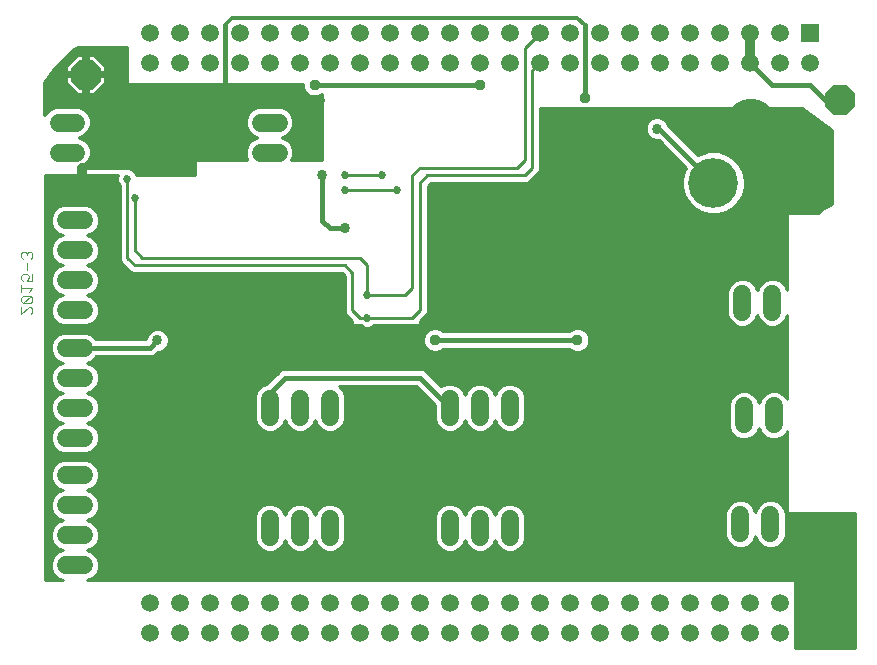
<source format=gbl>
G75*
%MOIN*%
%OFA0B0*%
%FSLAX24Y24*%
%IPPOS*%
%LPD*%
%AMOC8*
5,1,8,0,0,1.08239X$1,22.5*
%
%ADD10C,0.0030*%
%ADD11R,0.0591X0.0591*%
%ADD12C,0.0591*%
%ADD13C,0.1660*%
%ADD14C,0.1620*%
%ADD15C,0.0591*%
%ADD16OC8,0.1005*%
%ADD17C,0.0337*%
%ADD18C,0.0270*%
%ADD19C,0.0376*%
%ADD20C,0.0120*%
%ADD21C,0.0100*%
%ADD22C,0.0160*%
%ADD23C,0.0320*%
D10*
X000415Y011865D02*
X000662Y012112D01*
X000724Y012112D01*
X000785Y012050D01*
X000785Y011927D01*
X000724Y011865D01*
X000415Y011865D02*
X000415Y012112D01*
X000477Y012233D02*
X000724Y012480D01*
X000477Y012480D01*
X000415Y012418D01*
X000415Y012295D01*
X000477Y012233D01*
X000724Y012233D01*
X000785Y012295D01*
X000785Y012418D01*
X000724Y012480D01*
X000662Y012602D02*
X000785Y012725D01*
X000415Y012725D01*
X000415Y012602D02*
X000415Y012849D01*
X000477Y012970D02*
X000415Y013032D01*
X000415Y013155D01*
X000477Y013217D01*
X000600Y013217D01*
X000662Y013155D01*
X000662Y013093D01*
X000600Y012970D01*
X000785Y012970D01*
X000785Y013217D01*
X000600Y013338D02*
X000600Y013585D01*
X000477Y013707D02*
X000415Y013768D01*
X000415Y013892D01*
X000477Y013953D01*
X000538Y013953D01*
X000600Y013892D01*
X000600Y013830D01*
X000600Y013892D02*
X000662Y013953D01*
X000724Y013953D01*
X000785Y013892D01*
X000785Y013768D01*
X000724Y013707D01*
D11*
X026700Y021250D03*
X026700Y002250D03*
D12*
X025700Y002250D03*
X024700Y002250D03*
X023700Y002250D03*
X022700Y002250D03*
X021700Y002250D03*
X020700Y002250D03*
X019700Y002250D03*
X018700Y002250D03*
X017700Y002250D03*
X016700Y002250D03*
X015700Y002250D03*
X014700Y002250D03*
X013700Y002250D03*
X012700Y002250D03*
X011700Y002250D03*
X010700Y002250D03*
X009700Y002250D03*
X008700Y002250D03*
X007700Y002250D03*
X006700Y002250D03*
X005700Y002250D03*
X004700Y002250D03*
X004700Y001250D03*
X005700Y001250D03*
X006700Y001250D03*
X007700Y001250D03*
X008700Y001250D03*
X009700Y001250D03*
X010700Y001250D03*
X011700Y001250D03*
X012700Y001250D03*
X013700Y001250D03*
X014700Y001250D03*
X015700Y001250D03*
X016700Y001250D03*
X017700Y001250D03*
X018700Y001250D03*
X019700Y001250D03*
X020700Y001250D03*
X021700Y001250D03*
X022700Y001250D03*
X023700Y001250D03*
X024700Y001250D03*
X025700Y001250D03*
X026700Y001250D03*
X026700Y020250D03*
X025700Y020250D03*
X024700Y020250D03*
X023700Y020250D03*
X022700Y020250D03*
X021700Y020250D03*
X020700Y020250D03*
X019700Y020250D03*
X018700Y020250D03*
X017700Y020250D03*
X016700Y020250D03*
X015700Y020250D03*
X014700Y020250D03*
X013700Y020250D03*
X012700Y020250D03*
X011700Y020250D03*
X010700Y020250D03*
X009700Y020250D03*
X008700Y020250D03*
X007700Y020250D03*
X006700Y020250D03*
X005700Y020250D03*
X004700Y020250D03*
X004700Y021250D03*
X005700Y021250D03*
X006700Y021250D03*
X007700Y021250D03*
X008700Y021250D03*
X009700Y021250D03*
X010700Y021250D03*
X011700Y021250D03*
X012700Y021250D03*
X013700Y021250D03*
X014700Y021250D03*
X015700Y021250D03*
X016700Y021250D03*
X017700Y021250D03*
X018700Y021250D03*
X019700Y021250D03*
X020700Y021250D03*
X021700Y021250D03*
X022700Y021250D03*
X023700Y021250D03*
X024700Y021250D03*
X025700Y021250D03*
D13*
X023486Y016250D03*
D14*
X026369Y016260D03*
X024737Y018231D03*
D15*
X024450Y012545D02*
X024450Y011955D01*
X025450Y011955D02*
X025450Y012545D01*
X025500Y008790D02*
X025500Y008199D01*
X024500Y008199D02*
X024500Y008790D01*
X024383Y005160D02*
X024383Y004570D01*
X025383Y004570D02*
X025383Y005160D01*
X018700Y005045D02*
X018700Y004455D01*
X017700Y004455D02*
X017700Y005045D01*
X016700Y005045D02*
X016700Y004455D01*
X015700Y004455D02*
X015700Y005045D01*
X014700Y005045D02*
X014700Y004455D01*
X012700Y004455D02*
X012700Y005045D01*
X011700Y005045D02*
X011700Y004455D01*
X010700Y004455D02*
X010700Y005045D01*
X009700Y005045D02*
X009700Y004455D01*
X008700Y004455D02*
X008700Y005045D01*
X008700Y008455D02*
X008700Y009045D01*
X009700Y009045D02*
X009700Y008455D01*
X010700Y008455D02*
X010700Y009045D01*
X011700Y009045D02*
X011700Y008455D01*
X012700Y008455D02*
X012700Y009045D01*
X014700Y009045D02*
X014700Y008455D01*
X015700Y008455D02*
X015700Y009045D01*
X016700Y009045D02*
X016700Y008455D01*
X017700Y008455D02*
X017700Y009045D01*
X018700Y009045D02*
X018700Y008455D01*
X008995Y017250D02*
X008405Y017250D01*
X008405Y018250D02*
X008995Y018250D01*
X002495Y015000D02*
X001905Y015000D01*
X001905Y014000D02*
X002495Y014000D01*
X002495Y013000D02*
X001905Y013000D01*
X001905Y012000D02*
X002495Y012000D01*
X002495Y010750D02*
X001905Y010750D01*
X001905Y009750D02*
X002495Y009750D01*
X002495Y008750D02*
X001905Y008750D01*
X001905Y007750D02*
X002495Y007750D01*
X002495Y006500D02*
X001905Y006500D01*
X001905Y005500D02*
X002495Y005500D01*
X002495Y004500D02*
X001905Y004500D01*
X001905Y003500D02*
X002495Y003500D01*
X002245Y017250D02*
X001655Y017250D01*
X001655Y018250D02*
X002245Y018250D01*
D16*
X002574Y019851D03*
X027700Y019000D03*
X027581Y004565D03*
D17*
X011200Y014750D03*
X010450Y016500D03*
X015300Y015150D03*
X015700Y015150D03*
X016100Y015150D03*
X016500Y015150D03*
X019500Y015250D03*
X019900Y015250D03*
X019900Y015650D03*
X019500Y015650D03*
X021550Y016350D03*
X021950Y016350D03*
X021750Y016750D03*
X021600Y018050D03*
X008200Y011500D03*
X005200Y012750D03*
X004950Y011000D03*
X006700Y009000D03*
X005700Y003500D03*
D18*
X011950Y011750D03*
X011950Y012500D03*
X011200Y016000D03*
X011200Y016500D03*
X012450Y016500D03*
X012950Y016000D03*
X019450Y018500D03*
X004200Y015750D03*
X003950Y016385D03*
D19*
X003450Y017000D03*
X010200Y019500D03*
X015700Y019500D03*
X019200Y019068D03*
X018950Y011000D03*
X020450Y010250D03*
X020450Y007250D03*
X021700Y004000D03*
X014200Y011000D03*
D20*
X006200Y016500D02*
X004287Y016500D01*
X004251Y016586D01*
X004151Y016686D01*
X004021Y016740D01*
X003950Y016740D01*
X003950Y016750D01*
X002385Y016750D01*
X002537Y016813D01*
X002682Y016958D01*
X002761Y017148D01*
X002761Y017352D01*
X002682Y017542D01*
X002537Y017687D01*
X002385Y017750D01*
X002537Y017813D01*
X002682Y017958D01*
X002761Y018148D01*
X002761Y018352D01*
X002682Y018542D01*
X002537Y018687D01*
X002348Y018765D01*
X001552Y018765D01*
X001363Y018687D01*
X001218Y018542D01*
X001200Y018499D01*
X001200Y019559D01*
X001584Y020088D01*
X002112Y020616D01*
X002297Y020750D01*
X003950Y020750D01*
X003950Y019500D01*
X009792Y019500D01*
X009792Y019419D01*
X009854Y019269D01*
X009969Y019154D01*
X010119Y019092D01*
X010281Y019092D01*
X010431Y019154D01*
X010450Y019173D01*
X010450Y017000D01*
X009449Y017000D01*
X009511Y017148D01*
X009511Y017352D01*
X009432Y017542D01*
X009287Y017687D01*
X009135Y017750D01*
X009287Y017813D01*
X009432Y017958D01*
X009511Y018148D01*
X009511Y018352D01*
X009432Y018542D01*
X009287Y018687D01*
X009098Y018765D01*
X008302Y018765D01*
X008113Y018687D01*
X007968Y018542D01*
X007889Y018352D01*
X007889Y018148D01*
X007968Y017958D01*
X008113Y017813D01*
X008265Y017750D01*
X008113Y017687D01*
X007968Y017542D01*
X007889Y017352D01*
X007889Y017148D01*
X007951Y017000D01*
X006200Y017000D01*
X006200Y016500D01*
X006200Y016511D02*
X004282Y016511D01*
X004208Y016629D02*
X006200Y016629D01*
X006200Y016748D02*
X003950Y016748D01*
X002742Y017103D02*
X007908Y017103D01*
X007889Y017222D02*
X002761Y017222D01*
X002761Y017340D02*
X007889Y017340D01*
X007933Y017459D02*
X002717Y017459D01*
X002647Y017577D02*
X008003Y017577D01*
X008134Y017696D02*
X002516Y017696D01*
X002538Y017814D02*
X008112Y017814D01*
X007993Y017933D02*
X002657Y017933D01*
X002721Y018051D02*
X007929Y018051D01*
X007889Y018170D02*
X002761Y018170D01*
X002761Y018288D02*
X007889Y018288D01*
X007912Y018407D02*
X002738Y018407D01*
X002689Y018525D02*
X007961Y018525D01*
X008070Y018644D02*
X002580Y018644D01*
X002356Y018762D02*
X008294Y018762D01*
X009106Y018762D02*
X010450Y018762D01*
X010450Y018644D02*
X009330Y018644D01*
X009439Y018525D02*
X010450Y018525D01*
X010450Y018407D02*
X009488Y018407D01*
X009511Y018288D02*
X010450Y018288D01*
X010450Y018170D02*
X009511Y018170D01*
X009471Y018051D02*
X010450Y018051D01*
X010450Y017933D02*
X009407Y017933D01*
X009288Y017814D02*
X010450Y017814D01*
X010450Y017696D02*
X009266Y017696D01*
X009397Y017577D02*
X010450Y017577D01*
X010450Y017459D02*
X009467Y017459D01*
X009511Y017340D02*
X010450Y017340D01*
X010450Y017222D02*
X009511Y017222D01*
X009492Y017103D02*
X010450Y017103D01*
X010450Y018881D02*
X001200Y018881D01*
X001200Y018999D02*
X010450Y018999D01*
X010450Y019118D02*
X010343Y019118D01*
X010057Y019118D02*
X001200Y019118D01*
X001200Y019236D02*
X002252Y019236D01*
X002300Y019188D02*
X002514Y019188D01*
X002514Y019791D01*
X001912Y019791D01*
X001912Y019576D01*
X002300Y019188D01*
X002514Y019236D02*
X002634Y019236D01*
X002634Y019188D02*
X002849Y019188D01*
X003237Y019576D01*
X003237Y019791D01*
X002634Y019791D01*
X002634Y019188D01*
X002634Y019355D02*
X002514Y019355D01*
X002514Y019473D02*
X002634Y019473D01*
X002634Y019592D02*
X002514Y019592D01*
X002514Y019710D02*
X002634Y019710D01*
X002634Y019791D02*
X002514Y019791D01*
X002514Y019911D01*
X001912Y019911D01*
X001912Y020125D01*
X002300Y020513D01*
X002514Y020513D01*
X002514Y019911D01*
X002634Y019911D01*
X002634Y020513D01*
X002849Y020513D01*
X003237Y020125D01*
X003237Y019911D01*
X002634Y019911D01*
X002634Y019791D01*
X002634Y019829D02*
X003950Y019829D01*
X003950Y019947D02*
X003237Y019947D01*
X003237Y020066D02*
X003950Y020066D01*
X003950Y020184D02*
X003178Y020184D01*
X003060Y020303D02*
X003950Y020303D01*
X003950Y020421D02*
X002941Y020421D01*
X002634Y020421D02*
X002514Y020421D01*
X002514Y020303D02*
X002634Y020303D01*
X002634Y020184D02*
X002514Y020184D01*
X002514Y020066D02*
X002634Y020066D01*
X002634Y019947D02*
X002514Y019947D01*
X002514Y019829D02*
X001396Y019829D01*
X001482Y019947D02*
X001912Y019947D01*
X001912Y020066D02*
X001568Y020066D01*
X001680Y020184D02*
X001971Y020184D01*
X002089Y020303D02*
X001799Y020303D01*
X001917Y020421D02*
X002208Y020421D01*
X002036Y020540D02*
X003950Y020540D01*
X003950Y020658D02*
X002170Y020658D01*
X001912Y019710D02*
X001310Y019710D01*
X001223Y019592D02*
X001912Y019592D01*
X002015Y019473D02*
X001200Y019473D01*
X001200Y019355D02*
X002134Y019355D01*
X002897Y019236D02*
X009887Y019236D01*
X009819Y019355D02*
X003015Y019355D01*
X003134Y019473D02*
X009792Y019473D01*
X007450Y021750D02*
X007200Y021500D01*
X007450Y021750D02*
X018950Y021750D01*
X019200Y021500D01*
X006200Y016985D02*
X002693Y016985D01*
X002590Y016866D02*
X006200Y016866D01*
X003950Y019592D02*
X003237Y019592D01*
X003237Y019710D02*
X003950Y019710D01*
X001544Y018762D02*
X001200Y018762D01*
X001200Y018644D02*
X001320Y018644D01*
X001211Y018525D02*
X001200Y018525D01*
D21*
X001200Y016500D02*
X001200Y003000D01*
X001791Y003000D01*
X001619Y003072D01*
X001476Y003214D01*
X001399Y003399D01*
X001399Y003601D01*
X001476Y003786D01*
X001619Y003928D01*
X001791Y004000D01*
X001619Y004072D01*
X001476Y004214D01*
X001399Y004399D01*
X001399Y004601D01*
X001476Y004786D01*
X001619Y004928D01*
X001791Y005000D01*
X001619Y005072D01*
X001476Y005214D01*
X001399Y005399D01*
X001399Y005601D01*
X001476Y005786D01*
X001619Y005928D01*
X001791Y006000D01*
X001619Y006072D01*
X001476Y006214D01*
X001399Y006399D01*
X001399Y006601D01*
X001476Y006786D01*
X001619Y006928D01*
X001804Y007005D01*
X002596Y007005D01*
X002781Y006928D01*
X002924Y006786D01*
X003001Y006601D01*
X003001Y006399D01*
X002924Y006214D01*
X002781Y006072D01*
X002609Y006000D01*
X002781Y005928D01*
X002924Y005786D01*
X003001Y005601D01*
X003001Y005399D01*
X002924Y005214D01*
X002781Y005072D01*
X002609Y005000D01*
X002781Y004928D01*
X002924Y004786D01*
X003001Y004601D01*
X003001Y004399D01*
X002924Y004214D01*
X002781Y004072D01*
X002609Y004000D01*
X002781Y003928D01*
X002924Y003786D01*
X003001Y003601D01*
X003001Y003399D01*
X002924Y003214D01*
X002781Y003072D01*
X002609Y003000D01*
X026200Y003000D01*
X026200Y002363D01*
X026205Y002351D01*
X026205Y002149D01*
X026200Y002137D01*
X026200Y001363D01*
X026205Y001351D01*
X026205Y001149D01*
X026200Y001137D01*
X026200Y000750D01*
X028200Y000750D01*
X026200Y000750D01*
X026200Y000849D02*
X028200Y000849D01*
X028200Y000947D02*
X026200Y000947D01*
X026200Y001046D02*
X028200Y001046D01*
X028200Y001144D02*
X026203Y001144D01*
X026205Y001243D02*
X028200Y001243D01*
X028200Y001341D02*
X026205Y001341D01*
X026200Y001440D02*
X028200Y001440D01*
X028200Y001538D02*
X026200Y001538D01*
X026200Y001637D02*
X028200Y001637D01*
X028200Y001735D02*
X026200Y001735D01*
X026200Y001834D02*
X028200Y001834D01*
X028200Y001932D02*
X026200Y001932D01*
X026200Y002031D02*
X028200Y002031D01*
X028200Y002129D02*
X026200Y002129D01*
X026205Y002228D02*
X028200Y002228D01*
X028200Y002326D02*
X026205Y002326D01*
X026200Y002425D02*
X028200Y002425D01*
X028200Y002523D02*
X026200Y002523D01*
X026200Y002622D02*
X028200Y002622D01*
X028200Y002720D02*
X026200Y002720D01*
X026200Y002819D02*
X028200Y002819D01*
X028200Y002917D02*
X026200Y002917D01*
X025669Y004141D02*
X025811Y004284D01*
X025888Y004469D01*
X025888Y005261D01*
X025811Y005446D01*
X025669Y005589D01*
X025483Y005666D01*
X025282Y005666D01*
X025096Y005589D01*
X024954Y005446D01*
X024883Y005274D01*
X024811Y005446D01*
X024669Y005589D01*
X024483Y005666D01*
X024282Y005666D01*
X024096Y005589D01*
X023954Y005446D01*
X023877Y005261D01*
X023877Y004469D01*
X023954Y004284D01*
X024096Y004141D01*
X024282Y004064D01*
X024483Y004064D01*
X024669Y004141D01*
X024811Y004284D01*
X024883Y004456D01*
X024954Y004284D01*
X025096Y004141D01*
X025282Y004064D01*
X025483Y004064D01*
X025669Y004141D01*
X025725Y004198D02*
X028200Y004198D01*
X028200Y004296D02*
X025816Y004296D01*
X025857Y004395D02*
X028200Y004395D01*
X028200Y004493D02*
X025888Y004493D01*
X025888Y004592D02*
X028200Y004592D01*
X028200Y004690D02*
X025888Y004690D01*
X025888Y004789D02*
X028200Y004789D01*
X028200Y004887D02*
X025888Y004887D01*
X025888Y004986D02*
X028200Y004986D01*
X028200Y005084D02*
X025888Y005084D01*
X025888Y005183D02*
X028200Y005183D01*
X028200Y005250D02*
X028200Y000750D01*
X028200Y003016D02*
X002646Y003016D01*
X002824Y003114D02*
X028200Y003114D01*
X028200Y003213D02*
X002922Y003213D01*
X002964Y003311D02*
X028200Y003311D01*
X028200Y003410D02*
X003001Y003410D01*
X003001Y003508D02*
X028200Y003508D01*
X028200Y003607D02*
X002998Y003607D01*
X002957Y003705D02*
X028200Y003705D01*
X028200Y003804D02*
X002906Y003804D01*
X002808Y003902D02*
X028200Y003902D01*
X028200Y004001D02*
X016924Y004001D01*
X016986Y004026D02*
X017128Y004169D01*
X017205Y004354D01*
X017205Y005146D01*
X017128Y005331D01*
X016986Y005474D01*
X016801Y005551D01*
X016599Y005551D01*
X016414Y005474D01*
X016272Y005331D01*
X016200Y005159D01*
X016128Y005331D01*
X015986Y005474D01*
X015801Y005551D01*
X015599Y005551D01*
X015414Y005474D01*
X015272Y005331D01*
X015200Y005159D01*
X015128Y005331D01*
X014986Y005474D01*
X014801Y005551D01*
X014599Y005551D01*
X014414Y005474D01*
X014272Y005331D01*
X014195Y005146D01*
X014195Y004354D01*
X014272Y004169D01*
X014414Y004026D01*
X014599Y003949D01*
X014801Y003949D01*
X014986Y004026D01*
X015128Y004169D01*
X015200Y004341D01*
X015272Y004169D01*
X015414Y004026D01*
X015599Y003949D01*
X015801Y003949D01*
X015986Y004026D01*
X016128Y004169D01*
X016200Y004341D01*
X016272Y004169D01*
X016414Y004026D01*
X016599Y003949D01*
X016801Y003949D01*
X016986Y004026D01*
X017059Y004099D02*
X024199Y004099D01*
X024040Y004198D02*
X017140Y004198D01*
X017181Y004296D02*
X023949Y004296D01*
X023908Y004395D02*
X017205Y004395D01*
X017205Y004493D02*
X023877Y004493D01*
X023877Y004592D02*
X017205Y004592D01*
X017205Y004690D02*
X023877Y004690D01*
X023877Y004789D02*
X017205Y004789D01*
X017205Y004887D02*
X023877Y004887D01*
X023877Y004986D02*
X017205Y004986D01*
X017205Y005084D02*
X023877Y005084D01*
X023877Y005183D02*
X017190Y005183D01*
X017149Y005281D02*
X023886Y005281D01*
X023926Y005380D02*
X017080Y005380D01*
X016976Y005478D02*
X023986Y005478D01*
X024084Y005577D02*
X003001Y005577D01*
X003001Y005478D02*
X008424Y005478D01*
X008414Y005474D02*
X008272Y005331D01*
X008195Y005146D01*
X008195Y004354D01*
X008272Y004169D01*
X008414Y004026D01*
X008599Y003949D01*
X008801Y003949D01*
X008986Y004026D01*
X009128Y004169D01*
X009200Y004341D01*
X009272Y004169D01*
X009414Y004026D01*
X009599Y003949D01*
X009801Y003949D01*
X009986Y004026D01*
X010128Y004169D01*
X010200Y004341D01*
X010272Y004169D01*
X010414Y004026D01*
X010599Y003949D01*
X010801Y003949D01*
X010986Y004026D01*
X011128Y004169D01*
X011205Y004354D01*
X011205Y005146D01*
X011128Y005331D01*
X010986Y005474D01*
X010801Y005551D01*
X010599Y005551D01*
X010414Y005474D01*
X010272Y005331D01*
X010200Y005159D01*
X010128Y005331D01*
X009986Y005474D01*
X009801Y005551D01*
X009599Y005551D01*
X009414Y005474D01*
X009272Y005331D01*
X009200Y005159D01*
X009128Y005331D01*
X008986Y005474D01*
X008801Y005551D01*
X008599Y005551D01*
X008414Y005474D01*
X008320Y005380D02*
X002992Y005380D01*
X002951Y005281D02*
X008251Y005281D01*
X008210Y005183D02*
X002892Y005183D01*
X002794Y005084D02*
X008195Y005084D01*
X008195Y004986D02*
X002643Y004986D01*
X002823Y004887D02*
X008195Y004887D01*
X008195Y004789D02*
X002921Y004789D01*
X002963Y004690D02*
X008195Y004690D01*
X008195Y004592D02*
X003001Y004592D01*
X003001Y004493D02*
X008195Y004493D01*
X008195Y004395D02*
X002998Y004395D01*
X002958Y004296D02*
X008219Y004296D01*
X008260Y004198D02*
X002907Y004198D01*
X002809Y004099D02*
X008341Y004099D01*
X008476Y004001D02*
X002610Y004001D01*
X001790Y004001D02*
X001200Y004001D01*
X001200Y004099D02*
X001591Y004099D01*
X001493Y004198D02*
X001200Y004198D01*
X001200Y004296D02*
X001442Y004296D01*
X001402Y004395D02*
X001200Y004395D01*
X001200Y004493D02*
X001399Y004493D01*
X001399Y004592D02*
X001200Y004592D01*
X001200Y004690D02*
X001437Y004690D01*
X001479Y004789D02*
X001200Y004789D01*
X001200Y004887D02*
X001577Y004887D01*
X001606Y005084D02*
X001200Y005084D01*
X001200Y004986D02*
X001757Y004986D01*
X001508Y005183D02*
X001200Y005183D01*
X001200Y005281D02*
X001449Y005281D01*
X001408Y005380D02*
X001200Y005380D01*
X001200Y005478D02*
X001399Y005478D01*
X001399Y005577D02*
X001200Y005577D01*
X001200Y005675D02*
X001430Y005675D01*
X001471Y005774D02*
X001200Y005774D01*
X001200Y005872D02*
X001562Y005872D01*
X001720Y005971D02*
X001200Y005971D01*
X001200Y006069D02*
X001625Y006069D01*
X001523Y006168D02*
X001200Y006168D01*
X001200Y006266D02*
X001455Y006266D01*
X001414Y006365D02*
X001200Y006365D01*
X001200Y006463D02*
X001399Y006463D01*
X001399Y006562D02*
X001200Y006562D01*
X001200Y006660D02*
X001424Y006660D01*
X001465Y006759D02*
X001200Y006759D01*
X001200Y006857D02*
X001547Y006857D01*
X001684Y006956D02*
X001200Y006956D01*
X001200Y007054D02*
X025950Y007054D01*
X025950Y006956D02*
X002716Y006956D01*
X002853Y006857D02*
X025950Y006857D01*
X025950Y006759D02*
X002935Y006759D01*
X002976Y006660D02*
X025950Y006660D01*
X025950Y006562D02*
X003001Y006562D01*
X003001Y006463D02*
X025950Y006463D01*
X025950Y006365D02*
X002986Y006365D01*
X002945Y006266D02*
X025950Y006266D01*
X025950Y006168D02*
X002877Y006168D01*
X002775Y006069D02*
X025950Y006069D01*
X025950Y005971D02*
X002680Y005971D01*
X002838Y005872D02*
X025950Y005872D01*
X025950Y005774D02*
X002929Y005774D01*
X002970Y005675D02*
X025950Y005675D01*
X025950Y005577D02*
X025681Y005577D01*
X025779Y005478D02*
X025950Y005478D01*
X025950Y005380D02*
X025839Y005380D01*
X025879Y005281D02*
X025950Y005281D01*
X025950Y005250D02*
X028200Y005250D01*
X028200Y004099D02*
X025566Y004099D01*
X025199Y004099D02*
X024566Y004099D01*
X024725Y004198D02*
X025040Y004198D01*
X024949Y004296D02*
X024816Y004296D01*
X024857Y004395D02*
X024908Y004395D01*
X024879Y005281D02*
X024886Y005281D01*
X024926Y005380D02*
X024839Y005380D01*
X024779Y005478D02*
X024986Y005478D01*
X025084Y005577D02*
X024681Y005577D01*
X025950Y005250D02*
X025950Y007965D01*
X025928Y007913D01*
X025786Y007771D01*
X025600Y007694D01*
X025399Y007694D01*
X025214Y007771D01*
X025072Y007913D01*
X025000Y008086D01*
X024928Y007913D01*
X024786Y007771D01*
X024600Y007694D01*
X024399Y007694D01*
X024214Y007771D01*
X024072Y007913D01*
X023995Y008099D01*
X023995Y008890D01*
X024072Y009076D01*
X024214Y009218D01*
X024399Y009295D01*
X024600Y009295D01*
X024786Y009218D01*
X024928Y009076D01*
X025000Y008903D01*
X025072Y009076D01*
X025214Y009218D01*
X025399Y009295D01*
X025600Y009295D01*
X025786Y009218D01*
X025928Y009076D01*
X025950Y009023D01*
X025950Y011841D01*
X025878Y011669D01*
X025736Y011526D01*
X025551Y011449D01*
X025349Y011449D01*
X025164Y011526D01*
X025022Y011669D01*
X024950Y011841D01*
X024878Y011669D01*
X024736Y011526D01*
X024551Y011449D01*
X024349Y011449D01*
X024164Y011526D01*
X024022Y011669D01*
X023945Y011854D01*
X023945Y012646D01*
X024022Y012831D01*
X024164Y012974D01*
X024349Y013051D01*
X024551Y013051D01*
X024736Y012974D01*
X024878Y012831D01*
X024950Y012659D01*
X025022Y012831D01*
X025164Y012974D01*
X025349Y013051D01*
X025551Y013051D01*
X025736Y012974D01*
X025878Y012831D01*
X025950Y012659D01*
X025950Y015250D01*
X026972Y015250D01*
X027120Y015367D01*
X027120Y015367D01*
X027450Y015527D01*
X027450Y018000D01*
X026450Y018750D01*
X017710Y018750D01*
X017710Y016698D01*
X017670Y016603D01*
X017420Y016353D01*
X017347Y016280D01*
X017252Y016240D01*
X014058Y016240D01*
X013960Y016142D01*
X013960Y011948D01*
X013920Y011853D01*
X013700Y011632D01*
X013700Y011500D01*
X013526Y011500D01*
X013502Y011490D01*
X012178Y011490D01*
X012145Y011458D01*
X012019Y011405D01*
X011881Y011405D01*
X011755Y011458D01*
X011722Y011490D01*
X011648Y011490D01*
X011624Y011500D01*
X011450Y011500D01*
X011450Y011632D01*
X011230Y011853D01*
X011190Y011948D01*
X011190Y013142D01*
X011092Y013240D01*
X004148Y013240D01*
X004053Y013280D01*
X003980Y013353D01*
X003730Y013603D01*
X003690Y013698D01*
X003690Y016157D01*
X003658Y016190D01*
X003605Y016316D01*
X003605Y016454D01*
X003624Y016500D01*
X001200Y016500D01*
X001200Y016412D02*
X003605Y016412D01*
X003606Y016313D02*
X001200Y016313D01*
X001200Y016215D02*
X003647Y016215D01*
X003690Y016116D02*
X001200Y016116D01*
X001200Y016018D02*
X003690Y016018D01*
X003690Y015919D02*
X001200Y015919D01*
X001200Y015821D02*
X003690Y015821D01*
X003690Y015722D02*
X001200Y015722D01*
X001200Y015624D02*
X003690Y015624D01*
X003690Y015525D02*
X001200Y015525D01*
X001200Y015427D02*
X001617Y015427D01*
X001619Y015428D02*
X001476Y015286D01*
X001399Y015101D01*
X001399Y014899D01*
X001476Y014714D01*
X001619Y014572D01*
X001791Y014500D01*
X001619Y014428D01*
X001476Y014286D01*
X001399Y014101D01*
X001399Y013899D01*
X001476Y013714D01*
X001619Y013572D01*
X001791Y013500D01*
X001619Y013428D01*
X001476Y013286D01*
X001399Y013101D01*
X001399Y012899D01*
X001476Y012714D01*
X001619Y012572D01*
X001791Y012500D01*
X001619Y012428D01*
X001476Y012286D01*
X001399Y012101D01*
X001399Y011899D01*
X001476Y011714D01*
X001619Y011572D01*
X001804Y011495D01*
X002596Y011495D01*
X002781Y011572D01*
X002924Y011714D01*
X003001Y011899D01*
X003001Y012101D01*
X002924Y012286D01*
X002781Y012428D01*
X002609Y012500D01*
X002781Y012572D01*
X002924Y012714D01*
X003001Y012899D01*
X003001Y013101D01*
X002924Y013286D01*
X002781Y013428D01*
X002609Y013500D01*
X002781Y013572D01*
X002924Y013714D01*
X003001Y013899D01*
X003001Y014101D01*
X002924Y014286D01*
X002781Y014428D01*
X002609Y014500D01*
X002781Y014572D01*
X002924Y014714D01*
X003001Y014899D01*
X003001Y015101D01*
X002924Y015286D01*
X002781Y015428D01*
X002596Y015505D01*
X001804Y015505D01*
X001619Y015428D01*
X001518Y015328D02*
X001200Y015328D01*
X001200Y015230D02*
X001453Y015230D01*
X001412Y015131D02*
X001200Y015131D01*
X001200Y015033D02*
X001399Y015033D01*
X001399Y014934D02*
X001200Y014934D01*
X001200Y014836D02*
X001426Y014836D01*
X001467Y014737D02*
X001200Y014737D01*
X001200Y014639D02*
X001552Y014639D01*
X001695Y014540D02*
X001200Y014540D01*
X001200Y014442D02*
X001650Y014442D01*
X001533Y014343D02*
X001200Y014343D01*
X001200Y014245D02*
X001459Y014245D01*
X001418Y014146D02*
X001200Y014146D01*
X001200Y014048D02*
X001399Y014048D01*
X001399Y013949D02*
X001200Y013949D01*
X001200Y013851D02*
X001420Y013851D01*
X001461Y013752D02*
X001200Y013752D01*
X001200Y013654D02*
X001537Y013654D01*
X001659Y013555D02*
X001200Y013555D01*
X001200Y013457D02*
X001687Y013457D01*
X001548Y013358D02*
X001200Y013358D01*
X001200Y013260D02*
X001465Y013260D01*
X001425Y013161D02*
X001200Y013161D01*
X001200Y013063D02*
X001399Y013063D01*
X001399Y012964D02*
X001200Y012964D01*
X001200Y012866D02*
X001414Y012866D01*
X001454Y012767D02*
X001200Y012767D01*
X001200Y012669D02*
X001522Y012669D01*
X001622Y012570D02*
X001200Y012570D01*
X001200Y012472D02*
X001723Y012472D01*
X001563Y012373D02*
X001200Y012373D01*
X001200Y012275D02*
X001472Y012275D01*
X001431Y012176D02*
X001200Y012176D01*
X001200Y012078D02*
X001399Y012078D01*
X001399Y011979D02*
X001200Y011979D01*
X001200Y011881D02*
X001407Y011881D01*
X001448Y011782D02*
X001200Y011782D01*
X001200Y011684D02*
X001507Y011684D01*
X001605Y011585D02*
X001200Y011585D01*
X001200Y011487D02*
X011726Y011487D01*
X011450Y011585D02*
X002795Y011585D01*
X002893Y011684D02*
X011399Y011684D01*
X011300Y011782D02*
X002952Y011782D01*
X002993Y011881D02*
X011218Y011881D01*
X011190Y011979D02*
X003001Y011979D01*
X003001Y012078D02*
X011190Y012078D01*
X011190Y012176D02*
X002969Y012176D01*
X002928Y012275D02*
X011190Y012275D01*
X011190Y012373D02*
X002837Y012373D01*
X002677Y012472D02*
X011190Y012472D01*
X011190Y012570D02*
X002778Y012570D01*
X002878Y012669D02*
X011190Y012669D01*
X011190Y012767D02*
X002946Y012767D01*
X002986Y012866D02*
X011190Y012866D01*
X011190Y012964D02*
X003001Y012964D01*
X003001Y013063D02*
X011190Y013063D01*
X011171Y013161D02*
X002975Y013161D01*
X002935Y013260D02*
X004101Y013260D01*
X003974Y013358D02*
X002852Y013358D01*
X002713Y013457D02*
X003876Y013457D01*
X003777Y013555D02*
X002741Y013555D01*
X002863Y013654D02*
X003709Y013654D01*
X003690Y013752D02*
X002939Y013752D01*
X002980Y013851D02*
X003690Y013851D01*
X003690Y013949D02*
X003001Y013949D01*
X003001Y014048D02*
X003690Y014048D01*
X003690Y014146D02*
X002982Y014146D01*
X002941Y014245D02*
X003690Y014245D01*
X003690Y014343D02*
X002867Y014343D01*
X002750Y014442D02*
X003690Y014442D01*
X003690Y014540D02*
X002705Y014540D01*
X002848Y014639D02*
X003690Y014639D01*
X003690Y014737D02*
X002933Y014737D01*
X002974Y014836D02*
X003690Y014836D01*
X003690Y014934D02*
X003001Y014934D01*
X003001Y015033D02*
X003690Y015033D01*
X003690Y015131D02*
X002988Y015131D01*
X002947Y015230D02*
X003690Y015230D01*
X003690Y015328D02*
X002882Y015328D01*
X002783Y015427D02*
X003690Y015427D01*
X004200Y015750D02*
X004200Y014000D01*
X004450Y013750D01*
X011700Y013750D01*
X011950Y013500D01*
X011950Y012500D01*
X013200Y012500D01*
X013450Y012750D01*
X013450Y016500D01*
X013700Y016750D01*
X016950Y016750D01*
X017200Y017000D01*
X017200Y020750D01*
X017700Y021250D01*
X017700Y020250D02*
X017450Y020000D01*
X017450Y016750D01*
X017200Y016500D01*
X013950Y016500D01*
X013700Y016250D01*
X013700Y012000D01*
X013450Y011750D01*
X011950Y011750D01*
X011700Y011750D01*
X011450Y012000D01*
X011450Y013250D01*
X011200Y013500D01*
X004200Y013500D01*
X003950Y013750D01*
X003950Y016385D01*
X011200Y016500D02*
X012450Y016500D01*
X012950Y016000D02*
X011200Y016000D01*
X013960Y016018D02*
X022472Y016018D01*
X022446Y016113D02*
X022517Y015849D01*
X022654Y015611D01*
X022848Y015418D01*
X023085Y015281D01*
X023349Y015210D01*
X023623Y015210D01*
X023888Y015281D01*
X024125Y015418D01*
X024318Y015611D01*
X024455Y015849D01*
X024526Y016113D01*
X024526Y016387D01*
X024455Y016651D01*
X024318Y016889D01*
X024125Y017082D01*
X023888Y017219D01*
X023623Y017290D01*
X023349Y017290D01*
X023085Y017219D01*
X022985Y017161D01*
X021948Y018198D01*
X021921Y018264D01*
X021814Y018371D01*
X021675Y018428D01*
X021525Y018428D01*
X021386Y018371D01*
X021279Y018264D01*
X021222Y018125D01*
X021222Y017975D01*
X021279Y017836D01*
X021386Y017729D01*
X021525Y017672D01*
X021655Y017672D01*
X022575Y016751D01*
X022517Y016651D01*
X022446Y016387D01*
X022446Y016113D01*
X022446Y016116D02*
X013960Y016116D01*
X014032Y016215D02*
X022446Y016215D01*
X022446Y016313D02*
X017381Y016313D01*
X017479Y016412D02*
X022453Y016412D01*
X022479Y016510D02*
X017578Y016510D01*
X017673Y016609D02*
X022506Y016609D01*
X022549Y016707D02*
X017710Y016707D01*
X017710Y016806D02*
X022521Y016806D01*
X022422Y016904D02*
X017710Y016904D01*
X017710Y017003D02*
X022324Y017003D01*
X022225Y017101D02*
X017710Y017101D01*
X017710Y017200D02*
X022127Y017200D01*
X022028Y017298D02*
X017710Y017298D01*
X017710Y017397D02*
X021930Y017397D01*
X021831Y017495D02*
X017710Y017495D01*
X017710Y017594D02*
X021733Y017594D01*
X021475Y017692D02*
X017710Y017692D01*
X017710Y017791D02*
X021324Y017791D01*
X021257Y017889D02*
X017710Y017889D01*
X017710Y017988D02*
X021222Y017988D01*
X021222Y018086D02*
X017710Y018086D01*
X017710Y018185D02*
X021246Y018185D01*
X021298Y018283D02*
X017710Y018283D01*
X017710Y018382D02*
X021412Y018382D01*
X021788Y018382D02*
X026941Y018382D01*
X026810Y018480D02*
X017710Y018480D01*
X017710Y018579D02*
X026679Y018579D01*
X026547Y018677D02*
X017710Y018677D01*
X021902Y018283D02*
X027073Y018283D01*
X027204Y018185D02*
X021962Y018185D01*
X022060Y018086D02*
X027335Y018086D01*
X027450Y017988D02*
X022159Y017988D01*
X022257Y017889D02*
X027450Y017889D01*
X027450Y017791D02*
X022356Y017791D01*
X022454Y017692D02*
X027450Y017692D01*
X027450Y017594D02*
X022553Y017594D01*
X022651Y017495D02*
X027450Y017495D01*
X027450Y017397D02*
X022750Y017397D01*
X022848Y017298D02*
X027450Y017298D01*
X027450Y017200D02*
X023921Y017200D01*
X024092Y017101D02*
X027450Y017101D01*
X027450Y017003D02*
X024204Y017003D01*
X024303Y016904D02*
X027450Y016904D01*
X027450Y016806D02*
X024366Y016806D01*
X024423Y016707D02*
X027450Y016707D01*
X027450Y016609D02*
X024467Y016609D01*
X024493Y016510D02*
X027450Y016510D01*
X027450Y016412D02*
X024520Y016412D01*
X024526Y016313D02*
X027450Y016313D01*
X027450Y016215D02*
X024526Y016215D01*
X024526Y016116D02*
X027450Y016116D01*
X027450Y016018D02*
X024501Y016018D01*
X024474Y015919D02*
X027450Y015919D01*
X027450Y015821D02*
X024439Y015821D01*
X024382Y015722D02*
X027450Y015722D01*
X027450Y015624D02*
X024325Y015624D01*
X024232Y015525D02*
X027447Y015525D01*
X027242Y015427D02*
X024134Y015427D01*
X023969Y015328D02*
X027070Y015328D01*
X025950Y015230D02*
X023696Y015230D01*
X023277Y015230D02*
X013960Y015230D01*
X013960Y015328D02*
X023003Y015328D01*
X022839Y015427D02*
X013960Y015427D01*
X013960Y015525D02*
X022741Y015525D01*
X022647Y015624D02*
X013960Y015624D01*
X013960Y015722D02*
X022590Y015722D01*
X022533Y015821D02*
X013960Y015821D01*
X013960Y015919D02*
X022498Y015919D01*
X022947Y017200D02*
X023051Y017200D01*
X025950Y015131D02*
X013960Y015131D01*
X013960Y015033D02*
X025950Y015033D01*
X025950Y014934D02*
X013960Y014934D01*
X013960Y014836D02*
X025950Y014836D01*
X025950Y014737D02*
X013960Y014737D01*
X013960Y014639D02*
X025950Y014639D01*
X025950Y014540D02*
X013960Y014540D01*
X013960Y014442D02*
X025950Y014442D01*
X025950Y014343D02*
X013960Y014343D01*
X013960Y014245D02*
X025950Y014245D01*
X025950Y014146D02*
X013960Y014146D01*
X013960Y014048D02*
X025950Y014048D01*
X025950Y013949D02*
X013960Y013949D01*
X013960Y013851D02*
X025950Y013851D01*
X025950Y013752D02*
X013960Y013752D01*
X013960Y013654D02*
X025950Y013654D01*
X025950Y013555D02*
X013960Y013555D01*
X013960Y013457D02*
X025950Y013457D01*
X025950Y013358D02*
X013960Y013358D01*
X013960Y013260D02*
X025950Y013260D01*
X025950Y013161D02*
X013960Y013161D01*
X013960Y013063D02*
X025950Y013063D01*
X025950Y012964D02*
X025746Y012964D01*
X025844Y012866D02*
X025950Y012866D01*
X025950Y012767D02*
X025905Y012767D01*
X025946Y012669D02*
X025950Y012669D01*
X025154Y012964D02*
X024746Y012964D01*
X024844Y012866D02*
X025056Y012866D01*
X024995Y012767D02*
X024905Y012767D01*
X024946Y012669D02*
X024954Y012669D01*
X024154Y012964D02*
X013960Y012964D01*
X013960Y012866D02*
X024056Y012866D01*
X023995Y012767D02*
X013960Y012767D01*
X013960Y012669D02*
X023954Y012669D01*
X023945Y012570D02*
X013960Y012570D01*
X013960Y012472D02*
X023945Y012472D01*
X023945Y012373D02*
X013960Y012373D01*
X013960Y012275D02*
X023945Y012275D01*
X023945Y012176D02*
X013960Y012176D01*
X013960Y012078D02*
X023945Y012078D01*
X023945Y011979D02*
X013960Y011979D01*
X013932Y011881D02*
X023945Y011881D01*
X023975Y011782D02*
X013850Y011782D01*
X013751Y011684D02*
X024015Y011684D01*
X024105Y011585D02*
X013700Y011585D01*
X013974Y011338D02*
X013862Y011226D01*
X013802Y011079D01*
X013802Y010921D01*
X013862Y010774D01*
X013974Y010662D01*
X014121Y010602D01*
X014279Y010602D01*
X014426Y010662D01*
X014473Y010710D01*
X018677Y010710D01*
X018724Y010662D01*
X018871Y010602D01*
X019029Y010602D01*
X019176Y010662D01*
X019288Y010774D01*
X019348Y010921D01*
X019348Y011079D01*
X019288Y011226D01*
X019176Y011338D01*
X019029Y011398D01*
X018871Y011398D01*
X018724Y011338D01*
X018677Y011290D01*
X014473Y011290D01*
X014426Y011338D01*
X014279Y011398D01*
X014121Y011398D01*
X013974Y011338D01*
X013927Y011290D02*
X005196Y011290D01*
X005164Y011321D02*
X005025Y011378D01*
X004875Y011378D01*
X004736Y011321D01*
X004629Y011214D01*
X004572Y011075D01*
X004572Y011040D01*
X002920Y011040D01*
X002781Y011178D01*
X002596Y011255D01*
X001804Y011255D01*
X001619Y011178D01*
X001476Y011036D01*
X001399Y010851D01*
X001399Y010649D01*
X001476Y010464D01*
X001619Y010322D01*
X001791Y010250D01*
X001619Y010178D01*
X001476Y010036D01*
X001399Y009851D01*
X001399Y009649D01*
X001476Y009464D01*
X001619Y009322D01*
X001791Y009250D01*
X001619Y009178D01*
X001476Y009036D01*
X001399Y008851D01*
X001399Y008649D01*
X001476Y008464D01*
X001619Y008322D01*
X001791Y008250D01*
X001619Y008178D01*
X001476Y008036D01*
X001399Y007851D01*
X001399Y007649D01*
X001476Y007464D01*
X001619Y007322D01*
X001804Y007245D01*
X002596Y007245D01*
X002781Y007322D01*
X002924Y007464D01*
X003001Y007649D01*
X003001Y007851D01*
X002924Y008036D01*
X002781Y008178D01*
X002609Y008250D01*
X002781Y008322D01*
X002924Y008464D01*
X003001Y008649D01*
X003001Y008851D01*
X002924Y009036D01*
X002781Y009178D01*
X002609Y009250D01*
X002781Y009322D01*
X002924Y009464D01*
X003001Y009649D01*
X003001Y009851D01*
X002924Y010036D01*
X002781Y010178D01*
X002609Y010250D01*
X002781Y010322D01*
X002920Y010460D01*
X004758Y010460D01*
X004864Y010504D01*
X004946Y010586D01*
X004982Y010622D01*
X005025Y010622D01*
X005164Y010679D01*
X005271Y010786D01*
X005328Y010925D01*
X005328Y011075D01*
X005271Y011214D01*
X005164Y011321D01*
X005280Y011191D02*
X013848Y011191D01*
X013807Y011093D02*
X005321Y011093D01*
X005328Y010994D02*
X013802Y010994D01*
X013812Y010896D02*
X005316Y010896D01*
X005276Y010797D02*
X013853Y010797D01*
X013938Y010699D02*
X005184Y010699D01*
X004960Y010600D02*
X025950Y010600D01*
X025950Y010502D02*
X004858Y010502D01*
X004579Y011093D02*
X002867Y011093D01*
X002751Y011191D02*
X004620Y011191D01*
X004704Y011290D02*
X001200Y011290D01*
X001200Y011388D02*
X014096Y011388D01*
X014304Y011388D02*
X018846Y011388D01*
X019054Y011388D02*
X025950Y011388D01*
X025950Y011290D02*
X019223Y011290D01*
X019302Y011191D02*
X025950Y011191D01*
X025950Y011093D02*
X019343Y011093D01*
X019348Y010994D02*
X025950Y010994D01*
X025950Y010896D02*
X019338Y010896D01*
X019297Y010797D02*
X025950Y010797D01*
X025950Y010699D02*
X019212Y010699D01*
X018688Y010699D02*
X014462Y010699D01*
X013864Y009996D02*
X013758Y010040D01*
X009142Y010040D01*
X009036Y009996D01*
X008954Y009914D01*
X008584Y009544D01*
X008414Y009474D01*
X008272Y009331D01*
X008195Y009146D01*
X008195Y008354D01*
X008272Y008169D01*
X008414Y008026D01*
X008599Y007949D01*
X008801Y007949D01*
X008986Y008026D01*
X009128Y008169D01*
X009200Y008341D01*
X009272Y008169D01*
X009414Y008026D01*
X009599Y007949D01*
X009801Y007949D01*
X009986Y008026D01*
X010128Y008169D01*
X010200Y008341D01*
X010272Y008169D01*
X010414Y008026D01*
X010599Y007949D01*
X010801Y007949D01*
X010986Y008026D01*
X011128Y008169D01*
X011205Y008354D01*
X011205Y009146D01*
X011128Y009331D01*
X011000Y009460D01*
X013580Y009460D01*
X014195Y008845D01*
X014195Y008354D01*
X014272Y008169D01*
X014414Y008026D01*
X014599Y007949D01*
X014801Y007949D01*
X014986Y008026D01*
X015128Y008169D01*
X015200Y008341D01*
X015272Y008169D01*
X015414Y008026D01*
X015599Y007949D01*
X015801Y007949D01*
X015986Y008026D01*
X016128Y008169D01*
X016200Y008341D01*
X016272Y008169D01*
X016414Y008026D01*
X016599Y007949D01*
X016801Y007949D01*
X016986Y008026D01*
X017128Y008169D01*
X017205Y008354D01*
X017205Y009146D01*
X017128Y009331D01*
X016986Y009474D01*
X016801Y009551D01*
X016599Y009551D01*
X016414Y009474D01*
X016272Y009331D01*
X016200Y009159D01*
X016128Y009331D01*
X015986Y009474D01*
X015801Y009551D01*
X015599Y009551D01*
X015414Y009474D01*
X015272Y009331D01*
X015200Y009159D01*
X015128Y009331D01*
X014986Y009474D01*
X014801Y009551D01*
X014599Y009551D01*
X014414Y009474D01*
X014400Y009460D01*
X013864Y009996D01*
X013832Y010009D02*
X025950Y010009D01*
X025950Y009911D02*
X013950Y009911D01*
X014048Y009812D02*
X025950Y009812D01*
X025950Y009714D02*
X014147Y009714D01*
X014245Y009615D02*
X025950Y009615D01*
X025950Y009517D02*
X016883Y009517D01*
X017042Y009418D02*
X025950Y009418D01*
X025950Y009320D02*
X017133Y009320D01*
X017174Y009221D02*
X024221Y009221D01*
X024118Y009123D02*
X017205Y009123D01*
X017205Y009024D02*
X024050Y009024D01*
X024009Y008926D02*
X017205Y008926D01*
X017205Y008827D02*
X023995Y008827D01*
X023995Y008729D02*
X017205Y008729D01*
X017205Y008630D02*
X023995Y008630D01*
X023995Y008532D02*
X017205Y008532D01*
X017205Y008433D02*
X023995Y008433D01*
X023995Y008335D02*
X017197Y008335D01*
X017156Y008236D02*
X023995Y008236D01*
X023995Y008138D02*
X017097Y008138D01*
X016999Y008039D02*
X024019Y008039D01*
X024060Y007941D02*
X002963Y007941D01*
X003001Y007842D02*
X024142Y007842D01*
X024279Y007744D02*
X003001Y007744D01*
X002999Y007645D02*
X025950Y007645D01*
X025950Y007547D02*
X002958Y007547D01*
X002908Y007448D02*
X025950Y007448D01*
X025950Y007350D02*
X002809Y007350D01*
X002611Y007251D02*
X025950Y007251D01*
X025950Y007153D02*
X001200Y007153D01*
X001200Y007251D02*
X001789Y007251D01*
X001591Y007350D02*
X001200Y007350D01*
X001200Y007448D02*
X001492Y007448D01*
X001442Y007547D02*
X001200Y007547D01*
X001200Y007645D02*
X001401Y007645D01*
X001399Y007744D02*
X001200Y007744D01*
X001200Y007842D02*
X001399Y007842D01*
X001437Y007941D02*
X001200Y007941D01*
X001200Y008039D02*
X001479Y008039D01*
X001578Y008138D02*
X001200Y008138D01*
X001200Y008236D02*
X001758Y008236D01*
X001606Y008335D02*
X001200Y008335D01*
X001200Y008433D02*
X001507Y008433D01*
X001448Y008532D02*
X001200Y008532D01*
X001200Y008630D02*
X001408Y008630D01*
X001399Y008729D02*
X001200Y008729D01*
X001200Y008827D02*
X001399Y008827D01*
X001431Y008926D02*
X001200Y008926D01*
X001200Y009024D02*
X001471Y009024D01*
X001563Y009123D02*
X001200Y009123D01*
X001200Y009221D02*
X001722Y009221D01*
X001624Y009320D02*
X001200Y009320D01*
X001200Y009418D02*
X001522Y009418D01*
X001455Y009517D02*
X001200Y009517D01*
X001200Y009615D02*
X001414Y009615D01*
X001399Y009714D02*
X001200Y009714D01*
X001200Y009812D02*
X001399Y009812D01*
X001424Y009911D02*
X001200Y009911D01*
X001200Y010009D02*
X001465Y010009D01*
X001548Y010108D02*
X001200Y010108D01*
X001200Y010206D02*
X001685Y010206D01*
X001660Y010305D02*
X001200Y010305D01*
X001200Y010403D02*
X001537Y010403D01*
X001461Y010502D02*
X001200Y010502D01*
X001200Y010600D02*
X001420Y010600D01*
X001399Y010699D02*
X001200Y010699D01*
X001200Y010797D02*
X001399Y010797D01*
X001418Y010896D02*
X001200Y010896D01*
X001200Y010994D02*
X001459Y010994D01*
X001533Y011093D02*
X001200Y011093D01*
X001200Y011191D02*
X001649Y011191D01*
X002740Y010305D02*
X025950Y010305D01*
X025950Y010403D02*
X002863Y010403D01*
X002715Y010206D02*
X025950Y010206D01*
X025950Y010108D02*
X002852Y010108D01*
X002935Y010009D02*
X009068Y010009D01*
X008950Y009911D02*
X002976Y009911D01*
X003001Y009812D02*
X008852Y009812D01*
X008753Y009714D02*
X003001Y009714D01*
X002986Y009615D02*
X008655Y009615D01*
X008517Y009517D02*
X002945Y009517D01*
X002878Y009418D02*
X008358Y009418D01*
X008267Y009320D02*
X002776Y009320D01*
X002678Y009221D02*
X008226Y009221D01*
X008195Y009123D02*
X002837Y009123D01*
X002929Y009024D02*
X008195Y009024D01*
X008195Y008926D02*
X002969Y008926D01*
X003001Y008827D02*
X008195Y008827D01*
X008195Y008729D02*
X003001Y008729D01*
X002992Y008630D02*
X008195Y008630D01*
X008195Y008532D02*
X002952Y008532D01*
X002893Y008433D02*
X008195Y008433D01*
X008203Y008335D02*
X002794Y008335D01*
X002642Y008236D02*
X008244Y008236D01*
X008303Y008138D02*
X002822Y008138D01*
X002921Y008039D02*
X008401Y008039D01*
X008999Y008039D02*
X009401Y008039D01*
X009303Y008138D02*
X009097Y008138D01*
X009156Y008236D02*
X009244Y008236D01*
X009203Y008335D02*
X009197Y008335D01*
X009999Y008039D02*
X010401Y008039D01*
X010303Y008138D02*
X010097Y008138D01*
X010156Y008236D02*
X010244Y008236D01*
X010203Y008335D02*
X010197Y008335D01*
X010999Y008039D02*
X014401Y008039D01*
X014303Y008138D02*
X011097Y008138D01*
X011156Y008236D02*
X014244Y008236D01*
X014203Y008335D02*
X011197Y008335D01*
X011205Y008433D02*
X014195Y008433D01*
X014195Y008532D02*
X011205Y008532D01*
X011205Y008630D02*
X014195Y008630D01*
X014195Y008729D02*
X011205Y008729D01*
X011205Y008827D02*
X014195Y008827D01*
X014114Y008926D02*
X011205Y008926D01*
X011205Y009024D02*
X014016Y009024D01*
X013917Y009123D02*
X011205Y009123D01*
X011174Y009221D02*
X013819Y009221D01*
X013720Y009320D02*
X011133Y009320D01*
X011042Y009418D02*
X013622Y009418D01*
X014344Y009517D02*
X014517Y009517D01*
X014883Y009517D02*
X015517Y009517D01*
X015358Y009418D02*
X015042Y009418D01*
X015133Y009320D02*
X015267Y009320D01*
X015226Y009221D02*
X015174Y009221D01*
X015883Y009517D02*
X016517Y009517D01*
X016358Y009418D02*
X016042Y009418D01*
X016133Y009320D02*
X016267Y009320D01*
X016226Y009221D02*
X016174Y009221D01*
X016197Y008335D02*
X016203Y008335D01*
X016244Y008236D02*
X016156Y008236D01*
X016097Y008138D02*
X016303Y008138D01*
X016401Y008039D02*
X015999Y008039D01*
X015401Y008039D02*
X014999Y008039D01*
X015097Y008138D02*
X015303Y008138D01*
X015244Y008236D02*
X015156Y008236D01*
X015197Y008335D02*
X015203Y008335D01*
X015424Y005478D02*
X014976Y005478D01*
X015080Y005380D02*
X015320Y005380D01*
X015251Y005281D02*
X015149Y005281D01*
X015190Y005183D02*
X015210Y005183D01*
X014424Y005478D02*
X010976Y005478D01*
X011080Y005380D02*
X014320Y005380D01*
X014251Y005281D02*
X011149Y005281D01*
X011190Y005183D02*
X014210Y005183D01*
X014195Y005084D02*
X011205Y005084D01*
X011205Y004986D02*
X014195Y004986D01*
X014195Y004887D02*
X011205Y004887D01*
X011205Y004789D02*
X014195Y004789D01*
X014195Y004690D02*
X011205Y004690D01*
X011205Y004592D02*
X014195Y004592D01*
X014195Y004493D02*
X011205Y004493D01*
X011205Y004395D02*
X014195Y004395D01*
X014219Y004296D02*
X011181Y004296D01*
X011140Y004198D02*
X014260Y004198D01*
X014341Y004099D02*
X011059Y004099D01*
X010924Y004001D02*
X014476Y004001D01*
X014924Y004001D02*
X015476Y004001D01*
X015341Y004099D02*
X015059Y004099D01*
X015140Y004198D02*
X015260Y004198D01*
X015219Y004296D02*
X015181Y004296D01*
X015924Y004001D02*
X016476Y004001D01*
X016341Y004099D02*
X016059Y004099D01*
X016140Y004198D02*
X016260Y004198D01*
X016219Y004296D02*
X016181Y004296D01*
X016190Y005183D02*
X016210Y005183D01*
X016251Y005281D02*
X016149Y005281D01*
X016080Y005380D02*
X016320Y005380D01*
X016424Y005478D02*
X015976Y005478D01*
X010424Y005478D02*
X009976Y005478D01*
X010080Y005380D02*
X010320Y005380D01*
X010251Y005281D02*
X010149Y005281D01*
X010190Y005183D02*
X010210Y005183D01*
X009424Y005478D02*
X008976Y005478D01*
X009080Y005380D02*
X009320Y005380D01*
X009251Y005281D02*
X009149Y005281D01*
X009190Y005183D02*
X009210Y005183D01*
X009181Y004296D02*
X009219Y004296D01*
X009260Y004198D02*
X009140Y004198D01*
X009059Y004099D02*
X009341Y004099D01*
X009476Y004001D02*
X008924Y004001D01*
X009924Y004001D02*
X010476Y004001D01*
X010341Y004099D02*
X010059Y004099D01*
X010140Y004198D02*
X010260Y004198D01*
X010219Y004296D02*
X010181Y004296D01*
X001754Y003016D02*
X001200Y003016D01*
X001200Y003114D02*
X001576Y003114D01*
X001478Y003213D02*
X001200Y003213D01*
X001200Y003311D02*
X001436Y003311D01*
X001399Y003410D02*
X001200Y003410D01*
X001200Y003508D02*
X001399Y003508D01*
X001402Y003607D02*
X001200Y003607D01*
X001200Y003705D02*
X001443Y003705D01*
X001494Y003804D02*
X001200Y003804D01*
X001200Y003902D02*
X001592Y003902D01*
X012174Y011487D02*
X024260Y011487D01*
X024640Y011487D02*
X025260Y011487D01*
X025105Y011585D02*
X024795Y011585D01*
X024885Y011684D02*
X025015Y011684D01*
X024975Y011782D02*
X024925Y011782D01*
X025640Y011487D02*
X025950Y011487D01*
X025950Y011585D02*
X025795Y011585D01*
X025885Y011684D02*
X025950Y011684D01*
X025950Y011782D02*
X025925Y011782D01*
X025950Y009221D02*
X025779Y009221D01*
X025882Y009123D02*
X025950Y009123D01*
X025950Y009024D02*
X025950Y009024D01*
X025221Y009221D02*
X024779Y009221D01*
X024882Y009123D02*
X025118Y009123D01*
X025050Y009024D02*
X024950Y009024D01*
X024991Y008926D02*
X025009Y008926D01*
X024981Y008039D02*
X025019Y008039D01*
X025060Y007941D02*
X024940Y007941D01*
X024858Y007842D02*
X025142Y007842D01*
X025279Y007744D02*
X024721Y007744D01*
X025721Y007744D02*
X025950Y007744D01*
X025950Y007842D02*
X025858Y007842D01*
X025940Y007941D02*
X025950Y007941D01*
D22*
X018950Y011000D02*
X014200Y011000D01*
X013700Y009750D02*
X014700Y008750D01*
X013700Y009750D02*
X009200Y009750D01*
X008700Y009250D01*
X008700Y008750D01*
X004950Y011000D02*
X004700Y010750D01*
X002200Y010750D01*
X010450Y014985D02*
X010700Y014735D01*
X011185Y014735D01*
X011200Y014750D01*
X010450Y014985D02*
X010450Y016500D01*
X010200Y018750D02*
X010450Y019000D01*
X010200Y019500D02*
X015700Y019500D01*
X019200Y019068D02*
X019200Y021500D01*
X021600Y018050D02*
X021686Y018050D01*
X023486Y016250D01*
X026700Y019500D02*
X027200Y019000D01*
X027700Y019000D01*
X026700Y019500D02*
X025450Y019500D01*
X024700Y020250D01*
X007200Y019250D02*
X007200Y021500D01*
D23*
X002450Y016750D02*
X002450Y016500D01*
X024700Y020250D02*
X024700Y021250D01*
M02*

</source>
